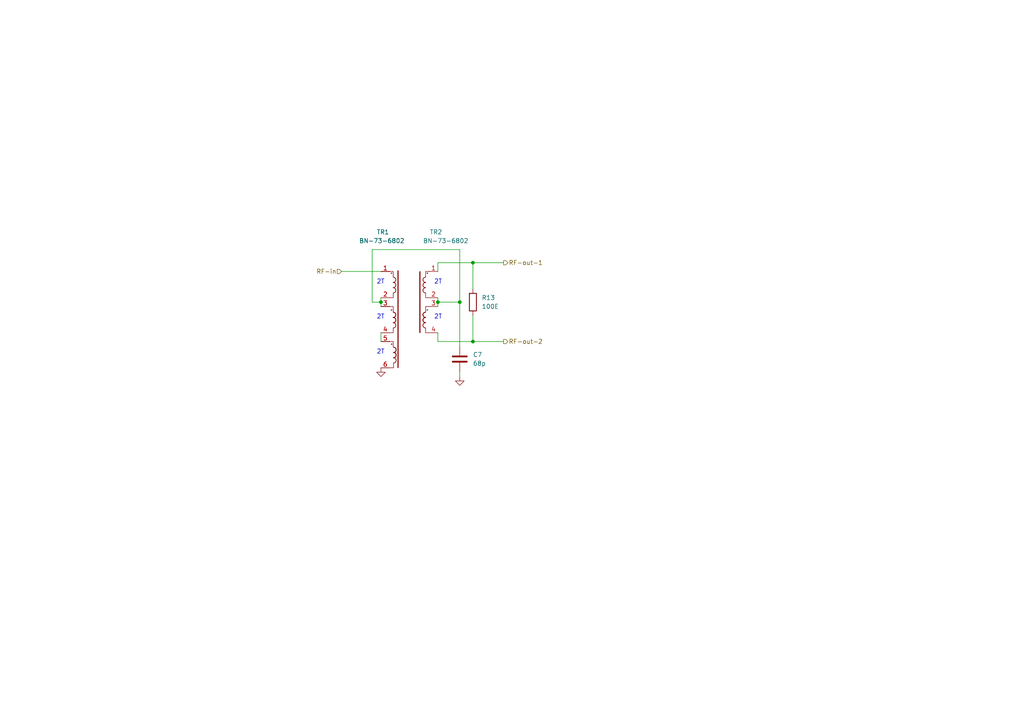
<source format=kicad_sch>
(kicad_sch (version 20211123) (generator eeschema)
  (paper "A4")
  (lib_symbols
    (symbol "Components:BN-73-bifilar" (pin_names (offset 0.0254))
      (property "Reference" "TR?" (at 3.81 6.35 0))
      (property "Value" "BN-73-bifilar" (at 3.81 3.81 0))
      (symbol "BN-73-bifilar_0_1"
        (polyline (pts (xy 2.54 -10.16) (xy 3.556 -10.16) (xy 3.556 -11.684)))
        (polyline (pts (xy 2.54 -7.62) (xy 3.556 -7.62) (xy 3.556 -6.35)))
        (polyline (pts (xy 2.54 0) (xy 3.556 0) (xy 3.556 -1.524)))
        (polyline (pts (xy 3.556 -16.51) (xy 3.556 -17.78) (xy 2.54 -17.78)))
        (circle (center 3.048 -11.176) (radius 0.127))
        (circle (center 3.048 -0.508) (radius 0.127))
        (arc (start 3.556 -16.383) (mid 4.318 -15.621) (end 3.556 -14.859) (stroke (width 0.2032)))
        (arc (start 3.556 -14.859) (mid 4.318 -14.097) (end 3.556 -13.335) (stroke (width 0.2032)))
        (arc (start 3.556 -14.859) (mid 4.318 -14.097) (end 3.556 -13.335) (stroke (width 0.2032)))
        (arc (start 3.556 -13.335) (mid 4.318 -12.573) (end 3.556 -11.811) (stroke (width 0.2032)))
        (arc (start 3.556 -13.335) (mid 4.318 -12.573) (end 3.556 -11.811) (stroke (width 0.2032)))
        (arc (start 3.556 -6.223) (mid 4.318 -5.461) (end 3.556 -4.699) (stroke (width 0.2032)))
        (arc (start 3.556 -4.699) (mid 4.318 -3.937) (end 3.556 -3.175) (stroke (width 0.2032)))
        (arc (start 3.556 -3.175) (mid 4.318 -2.413) (end 3.556 -1.651) (stroke (width 0.2032)))
        (rectangle (start 5.08 0) (end 5.334 -17.78) (stroke (width 0.0254)) (fill (type outline)))
      )
      (symbol "BN-73-bifilar_1_1"
        (pin passive line (at 0 0 0) (length 2.54) (name "~") (number "1"))
        (pin passive line (at 0 -7.62 0) (length 2.54) (name "~") (number "2"))
        (pin passive line (at 0 -10.16 0) (length 2.54) (name "~") (number "3"))
        (pin passive line (at 0 -17.78 0) (length 2.54) (name "~") (number "4"))
      )
    )
    (symbol "Components:BN-73-trifilar" (pin_names (offset 0.0254))
      (property "Reference" "TR?" (at 3.81 6.35 0))
      (property "Value" "BN-73-trifilar" (at 3.81 3.81 0))
      (symbol "BN-73-trifilar_0_1"
        (polyline (pts (xy 2.54 -20.32) (xy 3.556 -20.32) (xy 3.556 -21.844)))
        (polyline (pts (xy 2.54 -10.16) (xy 3.556 -10.16) (xy 3.556 -11.684)))
        (polyline (pts (xy 2.54 -7.62) (xy 3.556 -7.62) (xy 3.556 -6.35)))
        (polyline (pts (xy 2.54 0) (xy 3.556 0) (xy 3.556 -1.524)))
        (polyline (pts (xy 3.556 -16.51) (xy 3.556 -17.78) (xy 2.54 -17.78)))
        (polyline (pts (xy 3.6576 -26.67) (xy 3.6576 -27.94) (xy 2.6416 -27.94)))
        (circle (center 3.048 -11.176) (radius 0.127))
        (circle (center 3.048 -0.508) (radius 0.127))
        (circle (center 3.0988 -21.082) (radius 0.127))
        (arc (start 3.556 -16.383) (mid 4.318 -15.621) (end 3.556 -14.859) (stroke (width 0.2032)))
        (arc (start 3.556 -14.859) (mid 4.318 -14.097) (end 3.556 -13.335) (stroke (width 0.2032)))
        (arc (start 3.556 -14.859) (mid 4.318 -14.097) (end 3.556 -13.335) (stroke (width 0.2032)))
        (arc (start 3.556 -13.335) (mid 4.318 -12.573) (end 3.556 -11.811) (stroke (width 0.2032)))
        (arc (start 3.556 -13.335) (mid 4.318 -12.573) (end 3.556 -11.811) (stroke (width 0.2032)))
        (arc (start 3.556 -6.223) (mid 4.318 -5.461) (end 3.556 -4.699) (stroke (width 0.2032)))
        (arc (start 3.556 -4.699) (mid 4.318 -3.937) (end 3.556 -3.175) (stroke (width 0.2032)))
        (arc (start 3.556 -3.175) (mid 4.318 -2.413) (end 3.556 -1.651) (stroke (width 0.2032)))
        (arc (start 3.6576 -26.543) (mid 4.4196 -25.781) (end 3.6576 -25.019) (stroke (width 0.2032)))
        (arc (start 3.6576 -25.019) (mid 4.4196 -24.257) (end 3.6576 -23.495) (stroke (width 0.2032)))
        (arc (start 3.6576 -25.019) (mid 4.4196 -24.257) (end 3.6576 -23.495) (stroke (width 0.2032)))
        (arc (start 3.6576 -23.495) (mid 4.4196 -22.733) (end 3.6576 -21.971) (stroke (width 0.2032)))
        (arc (start 3.6576 -23.495) (mid 4.4196 -22.733) (end 3.6576 -21.971) (stroke (width 0.2032)))
        (rectangle (start 4.826 -27.94) (end 5.08 0.254) (stroke (width 0.0254)) (fill (type outline)))
      )
      (symbol "BN-73-trifilar_1_1"
        (pin passive line (at 0 0 0) (length 2.54) (name "~") (number "1"))
        (pin passive line (at 0 -7.62 0) (length 2.54) (name "~") (number "2"))
        (pin passive line (at 0 -10.16 0) (length 2.54) (name "~") (number "3"))
        (pin passive line (at 0 -17.78 0) (length 2.54) (name "~") (number "4"))
        (pin passive line (at 0 -20.32 0) (length 2.54) (name "~") (number "5"))
        (pin passive line (at 0 -27.94 0) (length 2.54) (name "~") (number "6"))
      )
    )
    (symbol "Device:C" (pin_numbers hide) (pin_names (offset 0.254))
      (property "Reference" "C" (at 0.635 2.54 0))
      (property "Value" "C" (at 0.635 -2.54 0))
      (symbol "C_0_1"
        (polyline (pts (xy -2.032 -0.762) (xy 2.032 -0.762)) (stroke (width 0.508)))
        (polyline (pts (xy -2.032 0.762) (xy 2.032 0.762)) (stroke (width 0.508)))
      )
      (symbol "C_1_1"
        (pin passive line (at 0 3.81 270) (length 2.794) (name "~") (number "1"))
        (pin passive line (at 0 -3.81 90) (length 2.794) (name "~") (number "2"))
      )
    )
    (symbol "Device:R" (pin_numbers hide) (pin_names (offset 0))
      (property "Reference" "R" (at 2.032 0 90))
      (property "Value" "R" (at 0 0 90))
      (symbol "R_0_1"
        (rectangle (start -1.016 -2.54) (end 1.016 2.54) (stroke (width 0.254)))
      )
      (symbol "R_1_1"
        (pin passive line (at 0 3.81 270) (length 1.27) (name "~") (number "1"))
        (pin passive line (at 0 -3.81 90) (length 1.27) (name "~") (number "2"))
      )
    )
    (symbol "power:GND" (power) (pin_names (offset 0))
      (property "Value" "GND" (at 0 -3.81 0))
      (symbol "GND_0_1"
        (polyline (pts (xy 0 0) (xy 0 -1.27) (xy 1.27 -1.27) (xy 0 -2.54) (xy -1.27 -1.27) (xy 0 -1.27)))
      )
      (symbol "GND_1_1"
        (pin power_in line (at 0 0 270) (length 0) hide (name "GND") (number "1"))
      )
    )
  )
  (junction (at 133.35 87.63))
  (junction (at 110.49 87.63))
  (junction (at 137.16 99.06))
  (junction (at 137.16 76.2))
  (junction (at 127 87.63))
  (wire (pts (xy 137.16 99.06) (xy 146.05 99.06)))
  (wire (pts (xy 110.49 87.63) (xy 110.49 88.9)))
  (wire (pts (xy 137.16 76.2) (xy 146.05 76.2)))
  (wire (pts (xy 99.06 78.74) (xy 110.49 78.74)))
  (wire (pts (xy 127 76.2) (xy 137.16 76.2)))
  (wire (pts (xy 127 96.52) (xy 127 99.06)))
  (wire (pts (xy 133.35 100.33) (xy 133.35 87.63)))
  (wire (pts (xy 110.49 87.63) (xy 107.95 87.63)))
  (wire (pts (xy 127 99.06) (xy 137.16 99.06)))
  (wire (pts (xy 137.16 76.2) (xy 137.16 83.82)))
  (wire (pts (xy 127 86.36) (xy 127 87.63)))
  (wire (pts (xy 107.95 72.39) (xy 133.35 72.39)))
  (wire (pts (xy 110.49 86.36) (xy 110.49 87.63)))
  (wire (pts (xy 133.35 107.95) (xy 133.35 109.22)))
  (wire (pts (xy 127 87.63) (xy 133.35 87.63)))
  (wire (pts (xy 133.35 87.63) (xy 133.35 72.39)))
  (wire (pts (xy 127 87.63) (xy 127 88.9)))
  (wire (pts (xy 127 78.74) (xy 127 76.2)))
  (wire (pts (xy 107.95 87.63) (xy 107.95 72.39)))
  (wire (pts (xy 110.49 96.52) (xy 110.49 99.06)))
  (wire (pts (xy 137.16 91.44) (xy 137.16 99.06)))
  (text "2T" (at 109.22 82.55 0) (effects (font (size 1.27 1.27)) (justify left bottom)))
  (text "2T" (at 128.27 92.71 180) (effects (font (size 1.27 1.27)) (justify right bottom)))
  (text "2T" (at 109.22 102.87 0) (effects (font (size 1.27 1.27)) (justify left bottom)))
  (text "2T" (at 109.22 92.71 0) (effects (font (size 1.27 1.27)) (justify left bottom)))
  (text "2T" (at 128.27 82.55 180) (effects (font (size 1.27 1.27)) (justify right bottom)))
  (hierarchical_label "RF-out-2" (shape output) (at 146.05 99.06 0))
  (hierarchical_label "RF-out-1" (shape output) (at 146.05 76.2 0))
  (hierarchical_label "RF-in" (shape input) (at 99.06 78.74 180))
  (symbol (lib_id "power:GND") (at 133.35 109.22 0) (mirror y) (unit 1)
    (property "Reference" "#PWR042" (effects hide))
    (property "Value" "GND" (effects hide))
  )
  (symbol (lib_id "Components:BN-73-bifilar") (at 127 78.74 0) (mirror y) (unit 1)
    (property "Reference" "TR2" (at 128.27 67.31 0) (effects (justify left)))
    (property "Value" "BN-73-6802" (at 135.89 69.85 0) (effects (justify left)))
    (property "Footprint" "Components:BN-73-202-2-0" (effects hide))
    (property "Datasheet" "none" (effects hide))
  )
  (symbol (lib_id "Device:R") (at 137.16 87.63 0) (unit 1)
    (property "Reference" "R13" (at 139.7 86.3599 0) (effects (justify left)))
    (property "Value" "100E" (at 139.7 88.8999 0) (effects (justify left)))
    (property "Footprint" "Resistor_SMD:R_1206_3216Metric_Pad1.30x1.75mm_HandSolder" (effects hide))
  )
  (symbol (lib_id "Components:BN-73-trifilar") (at 110.49 78.74 0) (unit 1)
    (property "Reference" "TR1" (at 109.22 67.31 0) (effects (justify left)))
    (property "Value" "BN-73-6802" (at 104.14 69.85 0) (effects (justify left)))
    (property "Footprint" "Components:BN-73-6802-3-0" (effects hide))
    (property "Datasheet" "none" (effects hide))
  )
  (symbol (lib_id "Device:C") (at 133.35 104.14 0) (unit 1)
    (property "Reference" "C7" (at 137.16 102.8699 0) (effects (justify left)))
    (property "Value" "68p" (at 137.16 105.4099 0) (effects (justify left)))
    (property "Footprint" "Capacitor_SMD:C_0805_2012Metric_Pad1.18x1.45mm_HandSolder" (effects hide))
  )
  (symbol (lib_id "power:GND") (at 110.49 106.68 0) (unit 1)
    (property "Reference" "#PWR041" (effects hide))
    (property "Value" "GND" (effects hide))
  )
)
</source>
